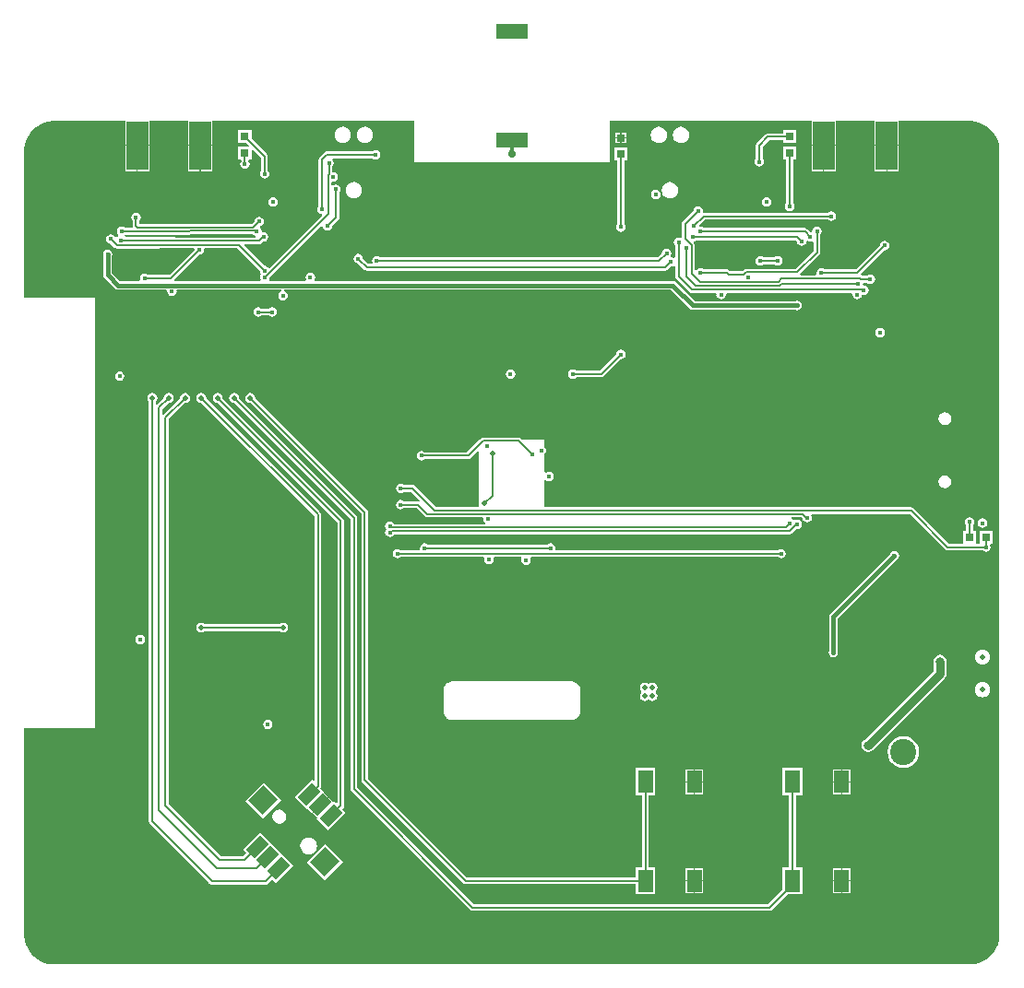
<source format=gtl>
G04*
G04 #@! TF.GenerationSoftware,Altium Limited,Altium Designer,22.1.2 (22)*
G04*
G04 Layer_Physical_Order=1*
G04 Layer_Color=255*
%FSLAX25Y25*%
%MOIN*%
G70*
G04*
G04 #@! TF.SameCoordinates,C32A1214-328F-4996-A91D-0F4ED86882B3*
G04*
G04*
G04 #@! TF.FilePolarity,Positive*
G04*
G01*
G75*
%ADD12C,0.00800*%
%ADD13R,0.11811X0.05512*%
%ADD14R,0.03150X0.03150*%
%ADD15R,0.03150X0.03150*%
%ADD16R,0.07874X0.17717*%
G04:AMPARAMS|DCode=17|XSize=78.74mil|YSize=74.8mil|CornerRadius=0mil|HoleSize=0mil|Usage=FLASHONLY|Rotation=45.000|XOffset=0mil|YOffset=0mil|HoleType=Round|Shape=Rectangle|*
%AMROTATEDRECTD17*
4,1,4,-0.00139,-0.05429,-0.05429,-0.00139,0.00139,0.05429,0.05429,0.00139,-0.00139,-0.05429,0.0*
%
%ADD17ROTATEDRECTD17*%

G04:AMPARAMS|DCode=18|XSize=43.31mil|YSize=72.84mil|CornerRadius=0mil|HoleSize=0mil|Usage=FLASHONLY|Rotation=135.000|XOffset=0mil|YOffset=0mil|HoleType=Round|Shape=Rectangle|*
%AMROTATEDRECTD18*
4,1,4,0.04106,0.01044,-0.01044,-0.04106,-0.04106,-0.01044,0.01044,0.04106,0.04106,0.01044,0.0*
%
%ADD18ROTATEDRECTD18*%

%ADD19R,0.05512X0.08268*%
%ADD34C,0.01323*%
%ADD35C,0.01500*%
%ADD36C,0.03000*%
%ADD37C,0.02362*%
%ADD38C,0.00394*%
%ADD39C,0.01968*%
%ADD40O,0.08268X0.04724*%
%ADD41O,0.09055X0.04724*%
%ADD42C,0.09449*%
%ADD43C,0.01772*%
%ADD44C,0.02756*%
%ADD45C,0.03150*%
G36*
X343227Y306067D02*
X344630Y305882D01*
X345996Y305516D01*
X347303Y304975D01*
X348528Y304268D01*
X349650Y303407D01*
X350651Y302406D01*
X351512Y301284D01*
X352219Y300059D01*
X352760Y298752D01*
X353127Y297385D01*
X353311Y295983D01*
X353311Y295276D01*
X353311Y11811D01*
Y11104D01*
X353127Y9701D01*
X352760Y8335D01*
X352219Y7028D01*
X351512Y5803D01*
X350651Y4680D01*
X349650Y3680D01*
X348528Y2819D01*
X347303Y2112D01*
X345996Y1570D01*
X344630Y1204D01*
X343227Y1020D01*
X342520Y1020D01*
X11811Y1020D01*
X11104D01*
X9701Y1204D01*
X8335Y1570D01*
X7028Y2112D01*
X5803Y2819D01*
X4680Y3680D01*
X3680Y4680D01*
X2819Y5803D01*
X2112Y7028D01*
X1570Y8335D01*
X1204Y9701D01*
X1020Y11104D01*
X1020Y11811D01*
Y86614D01*
X26575D01*
Y242126D01*
X1020D01*
Y295276D01*
Y295983D01*
X1204Y297385D01*
X1570Y298752D01*
X2112Y300059D01*
X2819Y301284D01*
X3680Y302406D01*
X4681Y303407D01*
X5803Y304268D01*
X7028Y304975D01*
X8335Y305516D01*
X9701Y305882D01*
X11104Y306067D01*
X11811Y306067D01*
X37395D01*
Y297444D01*
X41732D01*
X46069D01*
Y306067D01*
X60230D01*
Y297444D01*
X68904D01*
Y306067D01*
X141732D01*
Y291339D01*
X141733Y291339D01*
X212598D01*
Y306067D01*
X220473D01*
X285427Y306067D01*
Y297444D01*
X289764D01*
X294101D01*
Y306067D01*
X308261D01*
Y297444D01*
X316935D01*
Y306067D01*
X334646D01*
X343227Y306067D01*
D02*
G37*
G36*
X177830Y296181D02*
X177854Y295916D01*
X177875Y295797D01*
X177903Y295687D01*
X177936Y295586D01*
X177975Y295495D01*
X178021Y295413D01*
X178072Y295339D01*
X178130Y295275D01*
X176201D01*
X176258Y295339D01*
X176310Y295413D01*
X176355Y295495D01*
X176395Y295586D01*
X176428Y295687D01*
X176455Y295797D01*
X176477Y295916D01*
X176492Y296043D01*
X176504Y296327D01*
X177827D01*
X177830Y296181D01*
D02*
G37*
%LPC*%
G36*
X218510Y301975D02*
X216735D01*
Y300200D01*
X218510D01*
Y301975D01*
D02*
G37*
G36*
X216335D02*
X214561D01*
Y300200D01*
X216335D01*
Y301975D01*
D02*
G37*
G36*
X238252Y304063D02*
X237486Y303962D01*
X236772Y303666D01*
X236159Y303196D01*
X235688Y302583D01*
X235392Y301869D01*
X235292Y301102D01*
X235392Y300336D01*
X235688Y299622D01*
X236159Y299009D01*
X236772Y298539D01*
X237486Y298243D01*
X238252Y298142D01*
X239018Y298243D01*
X239732Y298539D01*
X240345Y299009D01*
X240816Y299622D01*
X241111Y300336D01*
X241212Y301102D01*
X241111Y301869D01*
X240816Y302583D01*
X240345Y303196D01*
X239732Y303666D01*
X239018Y303962D01*
X238252Y304063D01*
D02*
G37*
G36*
X230252D02*
X229486Y303962D01*
X228772Y303666D01*
X228159Y303196D01*
X227688Y302583D01*
X227393Y301869D01*
X227292Y301102D01*
X227393Y300336D01*
X227688Y299622D01*
X228159Y299009D01*
X228772Y298539D01*
X229486Y298243D01*
X230252Y298142D01*
X231018Y298243D01*
X231732Y298539D01*
X232345Y299009D01*
X232816Y299622D01*
X233112Y300336D01*
X233212Y301102D01*
X233112Y301869D01*
X232816Y302583D01*
X232345Y303196D01*
X231732Y303666D01*
X231018Y303962D01*
X230252Y304063D01*
D02*
G37*
G36*
X124079D02*
X123313Y303962D01*
X122599Y303666D01*
X121985Y303196D01*
X121515Y302583D01*
X121219Y301869D01*
X121118Y301102D01*
X121219Y300336D01*
X121515Y299622D01*
X121985Y299009D01*
X122599Y298539D01*
X123313Y298243D01*
X124079Y298142D01*
X124845Y298243D01*
X125559Y298539D01*
X126172Y299009D01*
X126643Y299622D01*
X126938Y300336D01*
X127039Y301102D01*
X126938Y301869D01*
X126643Y302583D01*
X126172Y303196D01*
X125559Y303666D01*
X124845Y303962D01*
X124079Y304063D01*
D02*
G37*
G36*
X116079D02*
X115313Y303962D01*
X114599Y303666D01*
X113986Y303196D01*
X113515Y302583D01*
X113219Y301869D01*
X113118Y301102D01*
X113219Y300336D01*
X113515Y299622D01*
X113986Y299009D01*
X114599Y298539D01*
X115313Y298243D01*
X116079Y298142D01*
X116845Y298243D01*
X117559Y298539D01*
X118172Y299009D01*
X118642Y299622D01*
X118938Y300336D01*
X119039Y301102D01*
X118938Y301869D01*
X118642Y302583D01*
X118172Y303196D01*
X117559Y303666D01*
X116845Y303962D01*
X116079Y304063D01*
D02*
G37*
G36*
X218510Y299800D02*
X216735D01*
Y298025D01*
X218510D01*
Y299800D01*
D02*
G37*
G36*
X216335D02*
X214561D01*
Y298025D01*
X216335D01*
Y299800D01*
D02*
G37*
G36*
X279934Y302768D02*
X275184D01*
Y301617D01*
X269685D01*
X269217Y301524D01*
X268820Y301259D01*
X265670Y298109D01*
X265405Y297712D01*
X265312Y297244D01*
Y292542D01*
X264947Y291996D01*
X264817Y291339D01*
X264947Y290681D01*
X265320Y290123D01*
X265878Y289751D01*
X266535Y289620D01*
X267193Y289751D01*
X267751Y290123D01*
X268124Y290681D01*
X268254Y291339D01*
X268124Y291996D01*
X267759Y292542D01*
Y296737D01*
X270192Y299170D01*
X275184D01*
Y298019D01*
X279934D01*
Y302768D01*
D02*
G37*
G36*
X127953Y295617D02*
X127295Y295486D01*
X126750Y295121D01*
X110335D01*
X109866Y295028D01*
X109469Y294763D01*
X107698Y292991D01*
X107433Y292594D01*
X107340Y292126D01*
Y275318D01*
X106975Y274772D01*
X106844Y274114D01*
X106975Y273456D01*
X107348Y272899D01*
X107905Y272526D01*
X108380Y272432D01*
X108584Y271929D01*
X89621Y252966D01*
X89124Y253015D01*
X89011Y253184D01*
X88453Y253556D01*
X87810Y253684D01*
X80398Y261096D01*
X80590Y261558D01*
X85844D01*
X86312Y261651D01*
X86709Y261916D01*
X87273Y262480D01*
X87402Y262454D01*
X88059Y262585D01*
X88617Y262958D01*
X88990Y263515D01*
X89120Y264173D01*
X88990Y264831D01*
X88617Y265389D01*
X88059Y265761D01*
X87402Y265892D01*
X87211Y265854D01*
X86758Y266142D01*
X86627Y266799D01*
X86255Y267357D01*
X86064Y267485D01*
X86047Y267522D01*
X86148Y268030D01*
X86485Y268097D01*
X87042Y268470D01*
X87415Y269027D01*
X87546Y269685D01*
X87415Y270343D01*
X87042Y270901D01*
X86485Y271273D01*
X85827Y271404D01*
X85169Y271273D01*
X84611Y270901D01*
X84239Y270343D01*
X84111Y269699D01*
X83188Y268776D01*
X42562D01*
Y270057D01*
X42927Y270602D01*
X43057Y271260D01*
X42927Y271918D01*
X42554Y272475D01*
X41996Y272848D01*
X41339Y272979D01*
X40681Y272848D01*
X40123Y272475D01*
X39751Y271918D01*
X39620Y271260D01*
X39751Y270602D01*
X40115Y270057D01*
Y268021D01*
X40146Y267865D01*
X39778Y267365D01*
X37424D01*
X36878Y267730D01*
X36220Y267861D01*
X35563Y267730D01*
X35005Y267357D01*
X34633Y266799D01*
X34502Y266142D01*
X34633Y265484D01*
X34959Y264995D01*
X35002Y264911D01*
X34896Y264398D01*
X34611Y264208D01*
X34409Y263905D01*
X33878Y264010D01*
X33871Y264044D01*
X33499Y264601D01*
X32941Y264974D01*
X32283Y265105D01*
X31626Y264974D01*
X31068Y264601D01*
X30696Y264044D01*
X30565Y263386D01*
X30696Y262728D01*
X31068Y262170D01*
X31626Y261798D01*
X32269Y261670D01*
X33598Y260341D01*
X33995Y260076D01*
X34463Y259983D01*
X49674D01*
X49816Y260011D01*
X62172D01*
X62489Y259625D01*
X62457Y259463D01*
X53430Y250436D01*
X45691D01*
X45146Y250801D01*
X44488Y250931D01*
X43830Y250801D01*
X43273Y250428D01*
X42900Y249870D01*
X42769Y249213D01*
X42870Y248704D01*
X42579Y248204D01*
X35527D01*
X32683Y251048D01*
Y257205D01*
X32690Y257216D01*
X32821Y257874D01*
X32690Y258532D01*
X32318Y259089D01*
X31760Y259462D01*
X31102Y259593D01*
X30445Y259462D01*
X29887Y259089D01*
X29514Y258532D01*
X29384Y257874D01*
X29514Y257216D01*
X29522Y257205D01*
Y250394D01*
X29642Y249789D01*
X29985Y249276D01*
X33755Y245507D01*
X34267Y245164D01*
X34872Y245044D01*
X52328D01*
X52645Y244657D01*
X52612Y244488D01*
X52743Y243830D01*
X53115Y243273D01*
X53673Y242900D01*
X54331Y242769D01*
X54988Y242900D01*
X55546Y243273D01*
X55919Y243830D01*
X56050Y244488D01*
X56016Y244657D01*
X56333Y245044D01*
X93994D01*
X94043Y244544D01*
X93830Y244501D01*
X93273Y244129D01*
X92900Y243571D01*
X92769Y242913D01*
X92900Y242256D01*
X93273Y241698D01*
X93830Y241325D01*
X94488Y241195D01*
X95146Y241325D01*
X95704Y241698D01*
X96076Y242256D01*
X96207Y242913D01*
X96076Y243571D01*
X95704Y244129D01*
X95146Y244501D01*
X94934Y244544D01*
X94983Y245044D01*
X234611D01*
X241402Y238253D01*
X241915Y237910D01*
X242520Y237790D01*
X279646D01*
X279657Y237782D01*
X280315Y237651D01*
X280973Y237782D01*
X281530Y238155D01*
X281903Y238712D01*
X282034Y239370D01*
X281903Y240028D01*
X281530Y240585D01*
X280973Y240958D01*
X280315Y241089D01*
X279657Y240958D01*
X279646Y240950D01*
X243174D01*
X236383Y247742D01*
X235871Y248084D01*
X235266Y248204D01*
X106023D01*
X105756Y248704D01*
X105919Y248949D01*
X106050Y249606D01*
X105919Y250264D01*
X105546Y250822D01*
X104989Y251194D01*
X104331Y251325D01*
X103673Y251194D01*
X103115Y250822D01*
X102743Y250264D01*
X102612Y249606D01*
X102743Y248949D01*
X102906Y248704D01*
X102639Y248204D01*
X89652D01*
X89384Y248704D01*
X89482Y248850D01*
X89610Y249494D01*
X108323Y268206D01*
X108542Y268163D01*
X108833Y268009D01*
X108943Y267453D01*
X109316Y266895D01*
X109874Y266522D01*
X110531Y266391D01*
X111189Y266522D01*
X111747Y266895D01*
X112119Y267453D01*
X112248Y268096D01*
X114448Y270296D01*
X114713Y270693D01*
X114806Y271161D01*
Y280194D01*
X115171Y280740D01*
X115302Y281398D01*
X115171Y282055D01*
X114798Y282613D01*
X114241Y282986D01*
X113583Y283117D01*
X112925Y282986D01*
X112536Y282726D01*
X112036Y282949D01*
Y283826D01*
X112423Y284143D01*
X112598Y284108D01*
X113256Y284239D01*
X113814Y284611D01*
X114186Y285169D01*
X114317Y285827D01*
X114186Y286485D01*
X113814Y287042D01*
X113256Y287415D01*
X112598Y287546D01*
X112346Y287753D01*
Y289742D01*
X112710Y290287D01*
X112841Y290945D01*
X112710Y291603D01*
X112338Y292160D01*
X112317Y292174D01*
X112468Y292674D01*
X126750D01*
X127295Y292310D01*
X127953Y292179D01*
X128611Y292310D01*
X129168Y292682D01*
X129541Y293240D01*
X129672Y293898D01*
X129541Y294555D01*
X129168Y295113D01*
X128611Y295486D01*
X127953Y295617D01*
D02*
G37*
G36*
X316935Y297044D02*
X312798D01*
Y287986D01*
X316935D01*
Y297044D01*
D02*
G37*
G36*
X312398D02*
X308261D01*
Y287986D01*
X312398D01*
Y297044D01*
D02*
G37*
G36*
X294101Y297044D02*
X289964D01*
Y287986D01*
X294101D01*
Y297044D01*
D02*
G37*
G36*
X289564D02*
X285427D01*
Y287986D01*
X289564D01*
Y297044D01*
D02*
G37*
G36*
X68904Y297044D02*
X64767D01*
Y287986D01*
X68904D01*
Y297044D01*
D02*
G37*
G36*
X64367D02*
X60230D01*
Y287986D01*
X64367D01*
Y297044D01*
D02*
G37*
G36*
X46069Y297044D02*
X41932D01*
Y287986D01*
X46069D01*
Y297044D01*
D02*
G37*
G36*
X41532D02*
X37395D01*
Y287986D01*
X41532D01*
Y297044D01*
D02*
G37*
G36*
X83083Y302768D02*
X78334D01*
Y298019D01*
X81353D01*
X82047Y297325D01*
X81856Y296863D01*
X78334D01*
Y292113D01*
X79338D01*
X79457Y291613D01*
X79121Y291110D01*
X78990Y290453D01*
X79121Y289795D01*
X79493Y289237D01*
X80051Y288865D01*
X80709Y288734D01*
X81366Y288865D01*
X81924Y289237D01*
X82297Y289795D01*
X82428Y290453D01*
X82297Y291110D01*
X81961Y291613D01*
X82079Y292113D01*
X83083D01*
Y295635D01*
X83545Y295827D01*
X86572Y292800D01*
Y288211D01*
X86207Y287666D01*
X86076Y287008D01*
X86207Y286350D01*
X86580Y285792D01*
X87138Y285420D01*
X87795Y285289D01*
X88453Y285420D01*
X89011Y285792D01*
X89383Y286350D01*
X89514Y287008D01*
X89383Y287666D01*
X89019Y288211D01*
Y293307D01*
X88926Y293775D01*
X88660Y294172D01*
X83083Y299749D01*
Y302768D01*
D02*
G37*
G36*
X234252Y284063D02*
X233486Y283962D01*
X232772Y283666D01*
X232159Y283196D01*
X231688Y282582D01*
X231393Y281869D01*
X231292Y281102D01*
X231393Y280336D01*
X231688Y279622D01*
X232159Y279009D01*
X232772Y278539D01*
X233486Y278243D01*
X234252Y278142D01*
X235018Y278243D01*
X235732Y278539D01*
X236345Y279009D01*
X236816Y279622D01*
X237111Y280336D01*
X237212Y281102D01*
X237111Y281869D01*
X236816Y282582D01*
X236345Y283196D01*
X235732Y283666D01*
X235018Y283962D01*
X234252Y284063D01*
D02*
G37*
G36*
X120079D02*
X119313Y283962D01*
X118599Y283666D01*
X117985Y283196D01*
X117515Y282582D01*
X117219Y281869D01*
X117118Y281102D01*
X117219Y280336D01*
X117515Y279622D01*
X117985Y279009D01*
X118599Y278539D01*
X119313Y278243D01*
X120079Y278142D01*
X120845Y278243D01*
X121559Y278539D01*
X122172Y279009D01*
X122643Y279622D01*
X122938Y280336D01*
X123039Y281102D01*
X122938Y281869D01*
X122643Y282582D01*
X122172Y283196D01*
X121559Y283666D01*
X120845Y283962D01*
X120079Y284063D01*
D02*
G37*
G36*
X229134Y281246D02*
X228476Y281116D01*
X227918Y280743D01*
X227546Y280185D01*
X227415Y279528D01*
X227546Y278870D01*
X227918Y278312D01*
X228476Y277940D01*
X229134Y277809D01*
X229792Y277940D01*
X230349Y278312D01*
X230722Y278870D01*
X230853Y279528D01*
X230722Y280185D01*
X230349Y280743D01*
X229792Y281116D01*
X229134Y281246D01*
D02*
G37*
G36*
X269291Y278490D02*
X268634Y278360D01*
X268076Y277987D01*
X267703Y277429D01*
X267572Y276772D01*
X267703Y276114D01*
X268076Y275556D01*
X268634Y275184D01*
X269291Y275053D01*
X269949Y275184D01*
X270507Y275556D01*
X270879Y276114D01*
X271010Y276772D01*
X270879Y277429D01*
X270507Y277987D01*
X269949Y278360D01*
X269291Y278490D01*
D02*
G37*
G36*
X90945D02*
X90287Y278360D01*
X89729Y277987D01*
X89357Y277429D01*
X89226Y276772D01*
X89357Y276114D01*
X89729Y275556D01*
X90287Y275184D01*
X90945Y275053D01*
X91603Y275184D01*
X92160Y275556D01*
X92533Y276114D01*
X92664Y276772D01*
X92533Y277429D01*
X92160Y277987D01*
X91603Y278360D01*
X90945Y278490D01*
D02*
G37*
G36*
X279934Y296863D02*
X275184D01*
Y292113D01*
X276336D01*
Y276400D01*
X275971Y275855D01*
X275840Y275197D01*
X275971Y274539D01*
X276344Y273981D01*
X276901Y273609D01*
X277559Y273478D01*
X278217Y273609D01*
X278774Y273981D01*
X279147Y274539D01*
X279278Y275197D01*
X279147Y275855D01*
X278783Y276400D01*
Y292113D01*
X279934D01*
Y296863D01*
D02*
G37*
G36*
X244488Y275341D02*
X243830Y275210D01*
X243273Y274837D01*
X242900Y274280D01*
X242772Y273636D01*
X238899Y269763D01*
X238633Y269366D01*
X238540Y268898D01*
Y264052D01*
X238129Y263787D01*
X238040Y263796D01*
X237402Y263924D01*
X236744Y263793D01*
X236186Y263420D01*
X235814Y262862D01*
X235683Y262205D01*
X235814Y261547D01*
X236178Y261001D01*
Y256691D01*
X235678Y256456D01*
X235303Y256706D01*
X234732Y256820D01*
X234542Y257098D01*
X234458Y257310D01*
X234659Y257610D01*
X234790Y258268D01*
X234659Y258926D01*
X234286Y259483D01*
X233729Y259856D01*
X233071Y259987D01*
X232413Y259856D01*
X231856Y259483D01*
X231483Y258926D01*
X231355Y258282D01*
X229808Y256735D01*
X129550D01*
X129004Y257100D01*
X128347Y257231D01*
X127689Y257100D01*
X127131Y256727D01*
X126758Y256170D01*
X126628Y255512D01*
X126755Y254873D01*
X126764Y254784D01*
X126499Y254373D01*
X125310D01*
X123370Y256313D01*
X123242Y256957D01*
X122869Y257515D01*
X122311Y257887D01*
X121653Y258018D01*
X120996Y257887D01*
X120438Y257515D01*
X120065Y256957D01*
X119935Y256299D01*
X120065Y255641D01*
X120438Y255084D01*
X120996Y254711D01*
X121639Y254583D01*
X123938Y252285D01*
X124335Y252019D01*
X124803Y251926D01*
X232677D01*
X233145Y252019D01*
X233542Y252285D01*
X234660Y253402D01*
X235303Y253530D01*
X235678Y253780D01*
X236178Y253546D01*
Y250000D01*
X236271Y249532D01*
X236536Y249135D01*
X241443Y244228D01*
X241840Y243963D01*
X242309Y243869D01*
X250755D01*
X251072Y243483D01*
X251037Y243307D01*
X251168Y242649D01*
X251540Y242092D01*
X252098Y241719D01*
X252756Y241588D01*
X253414Y241719D01*
X253971Y242092D01*
X254344Y242649D01*
X254475Y243307D01*
X254440Y243483D01*
X254757Y243869D01*
X299967D01*
X300285Y243483D01*
X300250Y243307D01*
X300380Y242649D01*
X300753Y242092D01*
X301311Y241719D01*
X301969Y241588D01*
X302626Y241719D01*
X303184Y242092D01*
X303556Y242649D01*
X303684Y243292D01*
X304331Y243163D01*
X304989Y243294D01*
X305546Y243667D01*
X305919Y244224D01*
X306050Y244882D01*
X305919Y245540D01*
X305546Y246097D01*
X304989Y246470D01*
X304331Y246601D01*
X304043Y247053D01*
X304081Y247244D01*
X304369Y247595D01*
X305490D01*
X306035Y247231D01*
X306693Y247100D01*
X307351Y247231D01*
X307908Y247604D01*
X308281Y248161D01*
X308412Y248819D01*
X308281Y249477D01*
X307908Y250034D01*
X307351Y250407D01*
X306693Y250538D01*
X306035Y250407D01*
X305490Y250042D01*
X303747D01*
X303570Y250160D01*
X303416Y250191D01*
X303251Y250733D01*
X311825Y259308D01*
X312469Y259436D01*
X313026Y259808D01*
X313399Y260366D01*
X313530Y261024D01*
X313399Y261681D01*
X313026Y262239D01*
X312469Y262612D01*
X311811Y262742D01*
X311153Y262612D01*
X310596Y262239D01*
X310223Y261681D01*
X310095Y261038D01*
X301462Y252405D01*
X290180D01*
X289634Y252769D01*
X288976Y252900D01*
X288319Y252769D01*
X287761Y252396D01*
X287388Y251839D01*
X287258Y251181D01*
X287343Y250753D01*
X287013Y250253D01*
X281431D01*
X281224Y250753D01*
X288267Y257796D01*
X288532Y258193D01*
X288625Y258661D01*
Y264938D01*
X288990Y265484D01*
X289120Y266142D01*
X288990Y266799D01*
X288617Y267357D01*
X288059Y267730D01*
X287402Y267861D01*
X286744Y267730D01*
X286186Y267357D01*
X285814Y266799D01*
X285683Y266142D01*
X285230Y265854D01*
X285054Y265889D01*
X283936Y267007D01*
X283539Y267272D01*
X283071Y267365D01*
X246479D01*
X245933Y267730D01*
X245276Y267861D01*
X245085Y267823D01*
X245041Y267849D01*
X244812Y268278D01*
X246964Y270430D01*
X291316D01*
X291862Y270065D01*
X292520Y269935D01*
X293178Y270065D01*
X293735Y270438D01*
X294108Y270996D01*
X294238Y271654D01*
X294108Y272311D01*
X293735Y272869D01*
X293178Y273242D01*
X292520Y273372D01*
X291862Y273242D01*
X291316Y272877D01*
X246569D01*
X246305Y273097D01*
X246148Y273325D01*
X246207Y273622D01*
X246076Y274280D01*
X245704Y274837D01*
X245146Y275210D01*
X244488Y275341D01*
D02*
G37*
G36*
X218910Y296469D02*
X214161D01*
Y291720D01*
X215312D01*
Y268920D01*
X214947Y268374D01*
X214817Y267717D01*
X214947Y267059D01*
X215320Y266501D01*
X215878Y266128D01*
X216535Y265998D01*
X217193Y266128D01*
X217751Y266501D01*
X218124Y267059D01*
X218254Y267717D01*
X218124Y268374D01*
X217759Y268920D01*
Y291720D01*
X218910D01*
Y296469D01*
D02*
G37*
G36*
X90551Y238727D02*
X89893Y238596D01*
X89348Y238231D01*
X86636D01*
X86091Y238596D01*
X85433Y238727D01*
X84775Y238596D01*
X84218Y238223D01*
X83845Y237666D01*
X83714Y237008D01*
X83845Y236350D01*
X84218Y235792D01*
X84775Y235420D01*
X85433Y235289D01*
X86091Y235420D01*
X86636Y235784D01*
X89348D01*
X89893Y235420D01*
X90551Y235289D01*
X91209Y235420D01*
X91767Y235792D01*
X92139Y236350D01*
X92270Y237008D01*
X92139Y237666D01*
X91767Y238223D01*
X91209Y238596D01*
X90551Y238727D01*
D02*
G37*
G36*
X310236Y231246D02*
X309578Y231116D01*
X309021Y230743D01*
X308648Y230185D01*
X308517Y229528D01*
X308648Y228870D01*
X309021Y228312D01*
X309578Y227940D01*
X310236Y227809D01*
X310894Y227940D01*
X311452Y228312D01*
X311824Y228870D01*
X311955Y229528D01*
X311824Y230185D01*
X311452Y230743D01*
X310894Y231116D01*
X310236Y231246D01*
D02*
G37*
G36*
X216535Y223372D02*
X215878Y223242D01*
X215320Y222869D01*
X214947Y222311D01*
X214819Y221668D01*
X208942Y215790D01*
X200416D01*
X199870Y216155D01*
X199213Y216286D01*
X198555Y216155D01*
X197997Y215782D01*
X197625Y215225D01*
X197494Y214567D01*
X197625Y213909D01*
X197997Y213351D01*
X198555Y212979D01*
X199213Y212848D01*
X199870Y212979D01*
X200416Y213343D01*
X209449D01*
X209917Y213437D01*
X210314Y213702D01*
X216550Y219938D01*
X217193Y220065D01*
X217751Y220438D01*
X218124Y220996D01*
X218254Y221654D01*
X218124Y222311D01*
X217751Y222869D01*
X217193Y223242D01*
X216535Y223372D01*
D02*
G37*
G36*
X176681Y216286D02*
X176023Y216155D01*
X175466Y215782D01*
X175093Y215225D01*
X174962Y214567D01*
X175093Y213909D01*
X175466Y213351D01*
X176023Y212979D01*
X176681Y212848D01*
X177339Y212979D01*
X177896Y213351D01*
X178269Y213909D01*
X178400Y214567D01*
X178269Y215225D01*
X177896Y215782D01*
X177339Y216155D01*
X176681Y216286D01*
D02*
G37*
G36*
X35433Y215498D02*
X34775Y215368D01*
X34218Y214995D01*
X33845Y214437D01*
X33714Y213779D01*
X33845Y213122D01*
X34218Y212564D01*
X34775Y212192D01*
X35433Y212061D01*
X36091Y212192D01*
X36648Y212564D01*
X37021Y213122D01*
X37152Y213779D01*
X37021Y214437D01*
X36648Y214995D01*
X36091Y215368D01*
X35433Y215498D01*
D02*
G37*
G36*
X59055Y207725D02*
X58359Y207586D01*
X57769Y207192D01*
X57374Y206602D01*
X57236Y205906D01*
X57251Y205831D01*
X51330Y199910D01*
X50830Y200118D01*
Y201855D01*
X53075Y204101D01*
X53150Y204086D01*
X53846Y204225D01*
X54436Y204619D01*
X54830Y205209D01*
X54969Y205906D01*
X54830Y206602D01*
X54436Y207192D01*
X53846Y207586D01*
X53150Y207725D01*
X52453Y207586D01*
X51863Y207192D01*
X51469Y206602D01*
X51330Y205906D01*
X51345Y205831D01*
X48968Y203454D01*
X48468Y203661D01*
Y204577D01*
X48531Y204619D01*
X48925Y205209D01*
X49063Y205906D01*
X48925Y206602D01*
X48531Y207192D01*
X47940Y207586D01*
X47244Y207725D01*
X46548Y207586D01*
X45958Y207192D01*
X45563Y206602D01*
X45425Y205906D01*
X45563Y205209D01*
X45958Y204619D01*
X46021Y204577D01*
Y52756D01*
X46114Y52288D01*
X46379Y51891D01*
X68032Y30237D01*
X68429Y29972D01*
X68898Y29879D01*
X88110D01*
X88578Y29972D01*
X88975Y30237D01*
X90582Y31844D01*
X91813Y30612D01*
X98095Y36894D01*
X93901Y41087D01*
X90004Y44985D01*
X86106Y48882D01*
X79825Y42601D01*
X81057Y41369D01*
X79887Y40200D01*
X72160D01*
X53192Y59168D01*
Y198312D01*
X58981Y204101D01*
X59055Y204086D01*
X59751Y204225D01*
X60342Y204619D01*
X60736Y205209D01*
X60874Y205906D01*
X60736Y206602D01*
X60342Y207192D01*
X59751Y207586D01*
X59055Y207725D01*
D02*
G37*
G36*
X333642Y200694D02*
X332758Y200518D01*
X332010Y200018D01*
X331509Y199269D01*
X331334Y198386D01*
X331509Y197503D01*
X332010Y196754D01*
X332758Y196253D01*
X333642Y196078D01*
X334525Y196253D01*
X335274Y196754D01*
X335774Y197503D01*
X335950Y198386D01*
X335774Y199269D01*
X335274Y200018D01*
X334525Y200518D01*
X333642Y200694D01*
D02*
G37*
G36*
X179710Y191592D02*
X166746D01*
X166278Y191499D01*
X165881Y191234D01*
X165593Y190945D01*
X165354D01*
Y190707D01*
X160910Y186263D01*
X145692D01*
X145146Y186627D01*
X144488Y186758D01*
X143830Y186627D01*
X143273Y186255D01*
X142900Y185697D01*
X142769Y185039D01*
X142900Y184382D01*
X143273Y183824D01*
X143830Y183451D01*
X144488Y183320D01*
X145146Y183451D01*
X145692Y183816D01*
X161417D01*
X161885Y183909D01*
X162283Y184174D01*
X164892Y186784D01*
X165354Y186593D01*
Y166414D01*
X149883D01*
X142204Y174093D01*
X141807Y174359D01*
X141339Y174452D01*
X138211D01*
X137666Y174816D01*
X137008Y174947D01*
X136350Y174816D01*
X135793Y174444D01*
X135420Y173886D01*
X135289Y173228D01*
X135420Y172571D01*
X135793Y172013D01*
X136350Y171640D01*
X137008Y171510D01*
X137666Y171640D01*
X138211Y172005D01*
X140832D01*
X143934Y168903D01*
X143652Y168478D01*
X143307Y168546D01*
X138211D01*
X137666Y168911D01*
X137008Y169042D01*
X136350Y168911D01*
X135793Y168538D01*
X135420Y167981D01*
X135289Y167323D01*
X135420Y166665D01*
X135793Y166107D01*
X136350Y165735D01*
X137008Y165604D01*
X137666Y165735D01*
X138211Y166099D01*
X142800D01*
X145774Y163125D01*
X146171Y162860D01*
X146639Y162767D01*
X166503D01*
X166820Y162381D01*
X166785Y162205D01*
X166916Y161547D01*
X167288Y160989D01*
X167590Y160788D01*
X167438Y160288D01*
X134639D01*
X134286Y160816D01*
X133729Y161188D01*
X133071Y161319D01*
X132413Y161188D01*
X131855Y160816D01*
X131483Y160258D01*
X131352Y159600D01*
X131483Y158943D01*
X131802Y158465D01*
X131483Y157986D01*
X131352Y157329D01*
X131483Y156671D01*
X131855Y156113D01*
X132413Y155741D01*
X133071Y155610D01*
X133729Y155741D01*
X134286Y156113D01*
X134639Y156641D01*
X277590D01*
X278058Y156734D01*
X278455Y156999D01*
X280015Y158559D01*
X280224Y158517D01*
X280882Y158648D01*
X281440Y159021D01*
X281812Y159578D01*
X281943Y160236D01*
X281812Y160894D01*
X281440Y161452D01*
X280882Y161824D01*
X280224Y161955D01*
X279567Y161824D01*
X279024Y161462D01*
X278754Y161866D01*
X278196Y162239D01*
X278053Y162267D01*
X278102Y162767D01*
X281794D01*
X282183Y162378D01*
X282270Y161941D01*
X282643Y161383D01*
X283201Y161010D01*
X283858Y160880D01*
X284516Y161010D01*
X285074Y161383D01*
X285446Y161941D01*
X285577Y162598D01*
X285446Y163256D01*
X285305Y163467D01*
X285573Y163967D01*
X320917D01*
X333781Y151103D01*
X334177Y150838D01*
X334646Y150745D01*
X347222D01*
X347767Y150381D01*
X348425Y150250D01*
X349083Y150381D01*
X349641Y150753D01*
X350013Y151311D01*
X350144Y151969D01*
X350013Y152626D01*
X349967Y152696D01*
X350202Y153137D01*
X350800D01*
Y157887D01*
X346050D01*
Y153192D01*
X344895D01*
Y157887D01*
X343743D01*
Y159820D01*
X344108Y160366D01*
X344238Y161024D01*
X344108Y161681D01*
X343735Y162239D01*
X343178Y162612D01*
X342520Y162742D01*
X341862Y162612D01*
X341304Y162239D01*
X340932Y161681D01*
X340801Y161024D01*
X340932Y160366D01*
X341296Y159820D01*
Y157887D01*
X340145D01*
Y153192D01*
X335153D01*
X322289Y166056D01*
X321892Y166321D01*
X321424Y166414D01*
X188976D01*
Y176050D01*
X189476Y176250D01*
X189893Y175971D01*
X190551Y175840D01*
X191209Y175971D01*
X191767Y176344D01*
X192139Y176901D01*
X192270Y177559D01*
X192139Y178217D01*
X191767Y178774D01*
X191209Y179147D01*
X190551Y179278D01*
X189893Y179147D01*
X189476Y178868D01*
X188976Y179068D01*
Y185769D01*
X189011Y185793D01*
X189383Y186350D01*
X189514Y187008D01*
X189383Y187666D01*
X189011Y188223D01*
X188976Y188246D01*
Y190945D01*
X180864D01*
X180575Y191234D01*
X180178Y191499D01*
X179710Y191592D01*
D02*
G37*
G36*
X333642Y177938D02*
X332758Y177762D01*
X332010Y177262D01*
X331509Y176513D01*
X331334Y175630D01*
X331509Y174747D01*
X332010Y173998D01*
X332758Y173497D01*
X333642Y173322D01*
X334525Y173497D01*
X335274Y173998D01*
X335774Y174747D01*
X335950Y175630D01*
X335774Y176513D01*
X335274Y177262D01*
X334525Y177762D01*
X333642Y177938D01*
D02*
G37*
G36*
X347244Y162349D02*
X346586Y162218D01*
X346029Y161845D01*
X345656Y161288D01*
X345525Y160630D01*
X345656Y159972D01*
X346029Y159415D01*
X346586Y159042D01*
X347244Y158911D01*
X347902Y159042D01*
X348460Y159415D01*
X348832Y159972D01*
X348963Y160630D01*
X348832Y161288D01*
X348460Y161845D01*
X347902Y162218D01*
X347244Y162349D01*
D02*
G37*
G36*
X191142Y153392D02*
X190484Y153261D01*
X189938Y152897D01*
X146873D01*
X146327Y153261D01*
X145669Y153392D01*
X145011Y153261D01*
X144454Y152889D01*
X144081Y152331D01*
X143950Y151673D01*
X144019Y151330D01*
X143650Y150830D01*
X137030D01*
X136485Y151194D01*
X135827Y151325D01*
X135169Y151194D01*
X134611Y150822D01*
X134239Y150264D01*
X134108Y149606D01*
X134239Y148949D01*
X134611Y148391D01*
X135169Y148018D01*
X135827Y147887D01*
X136485Y148018D01*
X137030Y148383D01*
X166963D01*
X167272Y147883D01*
X167179Y147413D01*
X167310Y146755D01*
X167682Y146197D01*
X168240Y145825D01*
X168898Y145694D01*
X169555Y145825D01*
X170113Y146197D01*
X170486Y146755D01*
X170616Y147413D01*
X170523Y147883D01*
X170833Y148383D01*
X180436D01*
X180701Y147972D01*
X180692Y147883D01*
X180565Y147244D01*
X180695Y146586D01*
X181068Y146029D01*
X181626Y145656D01*
X182283Y145525D01*
X182941Y145656D01*
X183499Y146029D01*
X183871Y146586D01*
X184002Y147244D01*
X183875Y147883D01*
X183866Y147972D01*
X184131Y148383D01*
X273206D01*
X273752Y148018D01*
X274410Y147887D01*
X275067Y148018D01*
X275625Y148391D01*
X275997Y148949D01*
X276128Y149606D01*
X275997Y150264D01*
X275625Y150822D01*
X275067Y151194D01*
X274410Y151325D01*
X273752Y151194D01*
X273206Y150830D01*
X193161D01*
X192792Y151330D01*
X192861Y151673D01*
X192730Y152331D01*
X192357Y152889D01*
X191799Y153261D01*
X191142Y153392D01*
D02*
G37*
G36*
X94488Y124654D02*
X93792Y124515D01*
X93202Y124121D01*
X93160Y124058D01*
X66289D01*
X66247Y124121D01*
X65657Y124515D01*
X64961Y124654D01*
X64265Y124515D01*
X63674Y124121D01*
X63280Y123531D01*
X63141Y122835D01*
X63280Y122139D01*
X63674Y121548D01*
X64265Y121154D01*
X64961Y121015D01*
X65657Y121154D01*
X66247Y121548D01*
X66289Y121611D01*
X93160D01*
X93202Y121548D01*
X93792Y121154D01*
X94488Y121015D01*
X95184Y121154D01*
X95775Y121548D01*
X96169Y122139D01*
X96307Y122835D01*
X96169Y123531D01*
X95775Y124121D01*
X95184Y124515D01*
X94488Y124654D01*
D02*
G37*
G36*
X42913Y120223D02*
X42256Y120092D01*
X41698Y119719D01*
X41325Y119162D01*
X41194Y118504D01*
X41325Y117846D01*
X41698Y117288D01*
X42256Y116916D01*
X42913Y116785D01*
X43571Y116916D01*
X44129Y117288D01*
X44501Y117846D01*
X44632Y118504D01*
X44501Y119162D01*
X44129Y119719D01*
X43571Y120092D01*
X42913Y120223D01*
D02*
G37*
G36*
X315354Y150538D02*
X314697Y150407D01*
X314139Y150034D01*
X313766Y149477D01*
X313764Y149463D01*
X292190Y127889D01*
X291847Y127376D01*
X291727Y126772D01*
Y114449D01*
X291719Y114437D01*
X291588Y113779D01*
X291719Y113122D01*
X292092Y112564D01*
X292649Y112191D01*
X293307Y112061D01*
X293965Y112191D01*
X294523Y112564D01*
X294895Y113122D01*
X295026Y113779D01*
X294895Y114437D01*
X294887Y114449D01*
Y126117D01*
X315999Y147228D01*
X316012Y147231D01*
X316570Y147603D01*
X316942Y148161D01*
X317073Y148819D01*
X316942Y149477D01*
X316570Y150034D01*
X316012Y150407D01*
X315354Y150538D01*
D02*
G37*
G36*
X347244Y114984D02*
X346525Y114890D01*
X345854Y114612D01*
X345279Y114170D01*
X344837Y113595D01*
X344559Y112924D01*
X344464Y112205D01*
X344559Y111485D01*
X344837Y110815D01*
X345279Y110239D01*
X345854Y109798D01*
X346525Y109520D01*
X347244Y109425D01*
X347964Y109520D01*
X348634Y109798D01*
X349210Y110239D01*
X349651Y110815D01*
X349929Y111485D01*
X350024Y112205D01*
X349929Y112924D01*
X349651Y113595D01*
X349210Y114170D01*
X348634Y114612D01*
X347964Y114890D01*
X347244Y114984D01*
D02*
G37*
G36*
X227953Y103000D02*
X227257Y102862D01*
X226666Y102468D01*
X226483D01*
X225893Y102862D01*
X225197Y103000D01*
X224501Y102862D01*
X223910Y102468D01*
X223516Y101877D01*
X223378Y101181D01*
X223516Y100485D01*
X223899Y99912D01*
X223968Y99783D01*
Y99430D01*
X223899Y99301D01*
X223516Y98728D01*
X223378Y98032D01*
X223516Y97335D01*
X223910Y96745D01*
X224501Y96351D01*
X225197Y96212D01*
X225893Y96351D01*
X226483Y96745D01*
X226666D01*
X227257Y96351D01*
X227953Y96212D01*
X228649Y96351D01*
X229239Y96745D01*
X229633Y97335D01*
X229772Y98032D01*
X229633Y98728D01*
X229251Y99301D01*
X229182Y99430D01*
Y99783D01*
X229251Y99912D01*
X229633Y100485D01*
X229772Y101181D01*
X229633Y101877D01*
X229239Y102468D01*
X228649Y102862D01*
X227953Y103000D01*
D02*
G37*
G36*
X347244Y103173D02*
X346525Y103079D01*
X345854Y102801D01*
X345279Y102359D01*
X344837Y101784D01*
X344559Y101113D01*
X344464Y100394D01*
X344559Y99674D01*
X344837Y99004D01*
X345279Y98428D01*
X345854Y97986D01*
X346525Y97709D01*
X347244Y97614D01*
X347964Y97709D01*
X348634Y97986D01*
X349210Y98428D01*
X349651Y99004D01*
X349929Y99674D01*
X350024Y100394D01*
X349929Y101113D01*
X349651Y101784D01*
X349210Y102359D01*
X348634Y102801D01*
X347964Y103079D01*
X347244Y103173D01*
D02*
G37*
G36*
X199211Y103382D02*
X155120D01*
X154730Y103304D01*
X154007Y103005D01*
X153676Y102784D01*
X153122Y102230D01*
X152901Y101899D01*
X152601Y101175D01*
X152524Y100785D01*
Y92128D01*
X152601Y91738D01*
X152901Y91014D01*
X153122Y90684D01*
X153676Y90130D01*
X154007Y89909D01*
X154730Y89609D01*
X155120Y89532D01*
X199211D01*
X199601Y89609D01*
X200324Y89909D01*
X200655Y90130D01*
X201209Y90684D01*
X201430Y91014D01*
X201729Y91738D01*
X201807Y92128D01*
Y100785D01*
X201729Y101175D01*
X201430Y101899D01*
X201209Y102230D01*
X200655Y102784D01*
X200324Y103005D01*
X199601Y103304D01*
X199211Y103382D01*
D02*
G37*
G36*
X88976Y89514D02*
X88319Y89383D01*
X87761Y89011D01*
X87388Y88453D01*
X87257Y87795D01*
X87388Y87138D01*
X87761Y86580D01*
X88319Y86207D01*
X88976Y86076D01*
X89634Y86207D01*
X90192Y86580D01*
X90564Y87138D01*
X90695Y87795D01*
X90564Y88453D01*
X90192Y89011D01*
X89634Y89383D01*
X88976Y89514D01*
D02*
G37*
G36*
X331890Y113051D02*
X330963Y112867D01*
X330178Y112342D01*
X329653Y111556D01*
X329468Y110630D01*
X329545Y110247D01*
Y107271D01*
X304518Y82244D01*
X304193Y82027D01*
X303668Y81242D01*
X303484Y80315D01*
X303668Y79388D01*
X304193Y78603D01*
X304979Y78078D01*
X305906Y77894D01*
X306832Y78078D01*
X307618Y78603D01*
X307835Y78928D01*
X333548Y104641D01*
X334056Y105402D01*
X334235Y106299D01*
Y110247D01*
X334311Y110630D01*
X334127Y111556D01*
X333602Y112342D01*
X332816Y112867D01*
X331890Y113051D01*
D02*
G37*
G36*
X318618Y83644D02*
X317128Y83448D01*
X315739Y82872D01*
X314547Y81957D01*
X313632Y80765D01*
X313056Y79376D01*
X312860Y77886D01*
X313056Y76396D01*
X313632Y75007D01*
X314547Y73814D01*
X315739Y72899D01*
X317128Y72324D01*
X318618Y72128D01*
X320108Y72324D01*
X321497Y72899D01*
X322690Y73814D01*
X323605Y75007D01*
X324180Y76396D01*
X324376Y77886D01*
X324180Y79376D01*
X323605Y80765D01*
X322690Y81957D01*
X321497Y82872D01*
X320108Y83448D01*
X318618Y83644D01*
D02*
G37*
G36*
X64961Y207725D02*
X64265Y207586D01*
X63674Y207192D01*
X63280Y206602D01*
X63141Y205906D01*
X63280Y205209D01*
X63674Y204619D01*
X64265Y204225D01*
X64961Y204086D01*
X65035Y204101D01*
X105863Y163273D01*
Y67640D01*
X105401Y67449D01*
X105037Y67813D01*
X98755Y61531D01*
X102949Y57338D01*
X103232Y57621D01*
X104891Y55961D01*
X107749Y58819D01*
X110607Y61677D01*
X108948Y63336D01*
X109231Y63619D01*
X107990Y64860D01*
X108217Y65201D01*
X108310Y65669D01*
Y163779D01*
X108217Y164248D01*
X107952Y164645D01*
X66765Y205831D01*
X66780Y205906D01*
X66641Y206602D01*
X66247Y207192D01*
X65657Y207586D01*
X64961Y207725D01*
D02*
G37*
G36*
X299416Y71660D02*
X296460D01*
Y67326D01*
X299416D01*
Y71660D01*
D02*
G37*
G36*
X296060D02*
X293104D01*
Y67326D01*
X296060D01*
Y71660D01*
D02*
G37*
G36*
X246266D02*
X243310D01*
Y67326D01*
X246266D01*
Y71660D01*
D02*
G37*
G36*
X242910D02*
X239954D01*
Y67326D01*
X242910D01*
Y71660D01*
D02*
G37*
G36*
X299416Y66926D02*
X296460D01*
Y62592D01*
X299416D01*
Y66926D01*
D02*
G37*
G36*
X296060D02*
X293104D01*
Y62592D01*
X296060D01*
Y66926D01*
D02*
G37*
G36*
X246266Y66926D02*
X243310D01*
Y62592D01*
X246266D01*
Y66926D01*
D02*
G37*
G36*
X242910D02*
X239954D01*
Y62592D01*
X242910D01*
Y66926D01*
D02*
G37*
G36*
X70866Y207725D02*
X70170Y207586D01*
X69580Y207192D01*
X69185Y206602D01*
X69047Y205906D01*
X69185Y205209D01*
X69580Y204619D01*
X70170Y204225D01*
X70866Y204086D01*
X70940Y204101D01*
X114131Y160910D01*
Y59426D01*
X113631Y59219D01*
X112832Y60018D01*
X112549Y59735D01*
X110890Y61394D01*
X108032Y58536D01*
X105174Y55678D01*
X106833Y54019D01*
X106550Y53736D01*
X110744Y49543D01*
X117025Y55824D01*
X115794Y57056D01*
X116219Y57482D01*
X116485Y57879D01*
X116578Y58347D01*
Y161417D01*
X116485Y161885D01*
X116219Y162283D01*
X72671Y205831D01*
X72685Y205906D01*
X72547Y206602D01*
X72153Y207192D01*
X71562Y207586D01*
X70866Y207725D01*
D02*
G37*
G36*
X87429Y66908D02*
X80730Y60209D01*
X87151Y53788D01*
X93850Y60487D01*
X87429Y66908D01*
D02*
G37*
G36*
X93136Y57011D02*
X92176Y56820D01*
X91362Y56276D01*
X90818Y55462D01*
X90627Y54502D01*
X90818Y53542D01*
X91362Y52728D01*
X92176Y52184D01*
X93136Y51993D01*
X94096Y52184D01*
X94910Y52728D01*
X95454Y53542D01*
X95645Y54502D01*
X95454Y55462D01*
X94910Y56276D01*
X94096Y56820D01*
X93136Y57011D01*
D02*
G37*
G36*
X103715Y47001D02*
X102918Y46896D01*
X102176Y46588D01*
X101539Y46099D01*
X101049Y45462D01*
X100742Y44720D01*
X100637Y43923D01*
X100742Y43127D01*
X101049Y42384D01*
X101539Y41747D01*
X102176Y41258D01*
X102918Y40951D01*
X103715Y40846D01*
X104511Y40951D01*
X105253Y41258D01*
X105891Y41747D01*
X106380Y42384D01*
X106687Y43127D01*
X106792Y43923D01*
X106687Y44720D01*
X106380Y45462D01*
X105891Y46099D01*
X105253Y46588D01*
X104511Y46896D01*
X103715Y47001D01*
D02*
G37*
G36*
X109700Y44637D02*
X103001Y37938D01*
X109422Y31517D01*
X116121Y38216D01*
X109700Y44637D01*
D02*
G37*
G36*
X246266Y35833D02*
X243310D01*
Y31499D01*
X246266D01*
Y35833D01*
D02*
G37*
G36*
X242910D02*
X239954D01*
Y31499D01*
X242910D01*
Y35833D01*
D02*
G37*
G36*
X299416D02*
X296460D01*
Y31499D01*
X299416D01*
Y35833D01*
D02*
G37*
G36*
X296060D02*
X293104D01*
Y31499D01*
X296060D01*
Y35833D01*
D02*
G37*
G36*
X299416Y31099D02*
X296460D01*
Y26765D01*
X299416D01*
Y31099D01*
D02*
G37*
G36*
X296060D02*
X293104D01*
Y26765D01*
X296060D01*
Y31099D01*
D02*
G37*
G36*
X246266Y31099D02*
X243310D01*
Y26765D01*
X246266D01*
Y31099D01*
D02*
G37*
G36*
X242910D02*
X239954D01*
Y26765D01*
X242910D01*
Y31099D01*
D02*
G37*
G36*
X82677Y207725D02*
X81981Y207586D01*
X81391Y207192D01*
X80996Y206602D01*
X80858Y205906D01*
X80996Y205209D01*
X81391Y204619D01*
X81981Y204225D01*
X82677Y204086D01*
X82751Y204101D01*
X122792Y164060D01*
Y67716D01*
X122885Y67248D01*
X123151Y66851D01*
X159568Y30434D01*
X159965Y30169D01*
X160433Y30076D01*
X221838D01*
Y26365D01*
X228950D01*
Y36233D01*
X226617D01*
Y62192D01*
X228950D01*
Y72060D01*
X221838D01*
Y62192D01*
X224170D01*
Y36233D01*
X221838D01*
Y32523D01*
X160940D01*
X125239Y68223D01*
Y164567D01*
X125146Y165035D01*
X124881Y165432D01*
X84482Y205831D01*
X84496Y205906D01*
X84358Y206602D01*
X83964Y207192D01*
X83373Y207586D01*
X82677Y207725D01*
D02*
G37*
G36*
X76772D02*
X76076Y207586D01*
X75485Y207192D01*
X75091Y206602D01*
X74952Y205906D01*
X75091Y205209D01*
X75485Y204619D01*
X76076Y204225D01*
X76772Y204086D01*
X76846Y204101D01*
X118855Y162092D01*
Y64567D01*
X118948Y64099D01*
X119214Y63702D01*
X162127Y20788D01*
X162524Y20523D01*
X162992Y20430D01*
X270276D01*
X270744Y20523D01*
X271141Y20788D01*
X276718Y26365D01*
X282099D01*
Y36233D01*
X279767D01*
Y62192D01*
X282099D01*
Y72060D01*
X274987D01*
Y62192D01*
X277320D01*
Y36233D01*
X274987D01*
Y28096D01*
X269769Y22877D01*
X163499D01*
X121302Y65074D01*
Y162598D01*
X121209Y163067D01*
X120944Y163464D01*
X78576Y205831D01*
X78591Y205906D01*
X78452Y206602D01*
X78058Y207192D01*
X77468Y207586D01*
X76772Y207725D01*
D02*
G37*
%LPD*%
G36*
X83824Y264926D02*
X84382Y264554D01*
X84628Y264505D01*
X84579Y264005D01*
X55765D01*
X55589Y264123D01*
X55120Y264216D01*
X37579D01*
X37351Y264716D01*
X37527Y264918D01*
X60512D01*
X60980Y265011D01*
X61156Y265129D01*
X83688D01*
X83824Y264926D01*
D02*
G37*
G36*
X86079Y251954D02*
X86207Y251311D01*
X86580Y250753D01*
X86662Y250698D01*
X86306Y250166D01*
X86175Y249508D01*
X86306Y248850D01*
X86403Y248704D01*
X86136Y248204D01*
X55366D01*
X55159Y248704D01*
X64188Y257733D01*
X64831Y257861D01*
X65389Y258233D01*
X65761Y258791D01*
X65892Y259449D01*
X65857Y259625D01*
X66174Y260011D01*
X78022D01*
X86079Y251954D01*
D02*
G37*
G36*
X280174Y262584D02*
X280302Y261941D01*
X280674Y261383D01*
X281232Y261010D01*
X281890Y260880D01*
X282548Y261010D01*
X283105Y261383D01*
X283478Y261941D01*
X283591Y262512D01*
X283870Y262702D01*
X284081Y262786D01*
X284382Y262585D01*
X285039Y262454D01*
X285678Y262581D01*
X285767Y262591D01*
X286178Y262326D01*
Y259168D01*
X279626Y252616D01*
X261859D01*
X261390Y252522D01*
X260994Y252257D01*
X260536Y251800D01*
X256066D01*
X255820Y252046D01*
X255423Y252311D01*
X254955Y252405D01*
X246479D01*
X245933Y252769D01*
X245276Y252900D01*
X244618Y252769D01*
X244060Y252396D01*
X243849Y252081D01*
X243350Y252233D01*
Y261024D01*
X243256Y261492D01*
X242991Y261889D01*
X242866Y262014D01*
X243031Y262556D01*
X243178Y262585D01*
X243723Y262950D01*
X279808D01*
X280174Y262584D01*
D02*
G37*
%LPC*%
G36*
X273228Y257231D02*
X272571Y257100D01*
X272025Y256735D01*
X268132D01*
X267587Y257100D01*
X266929Y257231D01*
X266271Y257100D01*
X265714Y256727D01*
X265341Y256170D01*
X265210Y255512D01*
X265341Y254854D01*
X265714Y254296D01*
X266271Y253924D01*
X266929Y253793D01*
X267587Y253924D01*
X268132Y254288D01*
X272025D01*
X272571Y253924D01*
X273228Y253793D01*
X273886Y253924D01*
X274444Y254296D01*
X274816Y254854D01*
X274947Y255512D01*
X274816Y256170D01*
X274444Y256727D01*
X273886Y257100D01*
X273228Y257231D01*
D02*
G37*
%LPD*%
D12*
X216535Y267717D02*
Y294094D01*
X47244Y52756D02*
Y205906D01*
X92857Y35850D02*
X92857D01*
X47244Y52756D02*
X68898Y31102D01*
X111122Y286876D02*
Y290945D01*
X87894Y249508D02*
X110813Y272427D01*
Y286566D02*
X111122Y286876D01*
X110813Y272427D02*
Y286566D01*
X242126Y250787D02*
X245093Y247820D01*
X245276Y251181D02*
X254955D01*
X245093Y247820D02*
X273493D01*
X274702Y249030D02*
X303102D01*
X273493Y247820D02*
X274702Y249030D01*
X274613Y247244D02*
X302362D01*
X261859Y251392D02*
X280132D01*
X287402Y258661D01*
X261043Y250576D02*
X261859Y251392D01*
X254955Y251181D02*
X255559Y250576D01*
X243537Y246620D02*
X273990D01*
X255559Y250576D02*
X261043D01*
X240158Y250000D02*
X243537Y246620D01*
X303102Y249030D02*
X303313Y248819D01*
X273990Y246620D02*
X274613Y247244D01*
X302733Y245068D02*
X304145D01*
X302708Y245093D02*
X302733Y245068D01*
X304145D02*
X304331Y244882D01*
X242309Y245093D02*
X302708D01*
X161417Y185039D02*
X166746Y190368D01*
X179710D01*
X184646Y185433D01*
X283693Y162598D02*
X283858D01*
X143307Y167323D02*
X146639Y163991D01*
X141339Y173228D02*
X149376Y165191D01*
X321424D01*
X334646Y151969D01*
X146639Y163991D02*
X282301D01*
X283693Y162598D01*
X87236Y264173D02*
X87402D01*
X55331Y262781D02*
X85844D01*
X55120Y262992D02*
X55331Y262781D01*
X36220Y266142D02*
X60512D01*
X35827Y262992D02*
X55120D01*
X84776Y266142D02*
X85039D01*
X83694Y267553D02*
X85827Y269685D01*
X60512Y266142D02*
X60723Y266353D01*
X84565D02*
X84776Y266142D01*
X60723Y266353D02*
X84565D01*
X41339Y268021D02*
X41807Y267553D01*
X83694D01*
X41339Y268021D02*
Y271260D01*
X85844Y262781D02*
X87236Y264173D01*
X237402Y250000D02*
X242309Y245093D01*
X288976Y251181D02*
X301969D01*
X311811Y261024D01*
X276118Y159065D02*
X277621Y160568D01*
X277538Y160651D02*
X277621Y160568D01*
X133071Y159600D02*
X133334D01*
X133870Y159065D02*
X276118D01*
X133334Y159600D02*
X133870Y159065D01*
X279961Y160236D02*
X280224D01*
X277590Y157865D02*
X279961Y160236D01*
X133870Y157865D02*
X277590D01*
X133334Y157329D02*
X133870Y157865D01*
X133071Y157329D02*
X133334D01*
X199213Y214567D02*
X209449D01*
X216535Y221654D01*
X128347Y255512D02*
X230315D01*
X233071Y258268D01*
X232677Y253150D02*
X234646Y255118D01*
X124803Y253150D02*
X232677D01*
X121653Y256299D02*
X124803Y253150D01*
X334646Y151969D02*
X348425D01*
Y155512D01*
X348425Y155512D01*
X342520Y161024D02*
X342520Y161024D01*
Y155512D02*
Y161024D01*
X32283Y263386D02*
X34463Y261206D01*
X78529Y261235D02*
X87795Y251969D01*
X49702Y261235D02*
X78529D01*
X34463Y261206D02*
X49674D01*
X49702Y261235D01*
X87795Y287008D02*
Y293307D01*
X80709Y300394D02*
X87795Y293307D01*
X266535Y291339D02*
Y297244D01*
X269685Y300394D01*
X277559D01*
Y275197D02*
Y294488D01*
X144488Y185039D02*
X161417D01*
X278543Y31299D02*
Y67126D01*
X270276Y21654D02*
X278543Y29921D01*
X162992Y21654D02*
X270276D01*
X278543Y29921D02*
Y31299D01*
X225394D02*
Y67126D01*
X266929Y255512D02*
X273228D01*
X239764Y268898D02*
X244488Y273622D01*
X239764Y263386D02*
Y268898D01*
X242126Y250787D02*
Y261024D01*
X239764Y263386D02*
X242126Y261024D01*
X242520Y264173D02*
X280315D01*
X237402Y250000D02*
Y262205D01*
X240158Y250000D02*
Y260236D01*
X303313Y248819D02*
X306693D01*
X280315Y264173D02*
X281890Y262598D01*
X283071Y266142D02*
X285039Y264173D01*
X245276Y266142D02*
X283071D01*
X287402Y258661D02*
Y266142D01*
X242913Y268110D02*
X246457Y271654D01*
X292520D01*
X44488Y249213D02*
X53937D01*
X64173Y259449D01*
X80709Y290453D02*
Y294488D01*
X110531Y268110D02*
X113583Y271161D01*
Y281398D01*
X110335Y293898D02*
X127953D01*
X108563Y292126D02*
X110335Y293898D01*
X108563Y274114D02*
Y292126D01*
X145669Y151673D02*
X191142D01*
X135827Y149606D02*
X274410D01*
X137008Y173228D02*
X141339D01*
X137008Y167323D02*
X143307D01*
X167323Y167745D02*
X167351D01*
X170079Y170473D01*
X85433Y237008D02*
X90551D01*
X160433Y31299D02*
X225394D01*
X124016Y67716D02*
X160433Y31299D01*
X120079Y64567D02*
X162992Y21654D01*
X103993Y62575D02*
X107087Y65669D01*
X111788Y54780D02*
X115354Y58347D01*
X88110Y31102D02*
X92857Y35850D01*
X85039Y35827D02*
X88960Y39747D01*
X68898Y31102D02*
X88110D01*
X70473Y35827D02*
X85039D01*
X120079Y64567D02*
Y162598D01*
X82677Y205906D02*
X124016Y164567D01*
Y67716D02*
Y164567D01*
X76772Y205906D02*
X120079Y162598D01*
X115354Y58347D02*
Y161417D01*
X70866Y205906D02*
X115354Y161417D01*
X64961Y205906D02*
X107087Y163779D01*
Y65669D02*
Y163779D01*
X80394Y38976D02*
X85062Y43645D01*
X85062D01*
X71653Y38976D02*
X80394D01*
X51968Y58661D02*
X71653Y38976D01*
X51968Y58661D02*
Y198819D01*
X59055Y205906D01*
X49606Y202362D02*
X53150Y205906D01*
X49606Y202362D02*
X49606Y56693D01*
X70473Y35827D01*
X170079Y170473D02*
Y185827D01*
X64961Y122835D02*
X94488D01*
D13*
X177165Y299213D02*
D03*
Y338583D02*
D03*
D14*
X277559Y294488D02*
D03*
Y300394D02*
D03*
X80709Y294488D02*
D03*
Y300394D02*
D03*
X216535Y300000D02*
D03*
Y294094D02*
D03*
D15*
X348425Y155512D02*
D03*
X342520D02*
D03*
D16*
X64567Y297244D02*
D03*
X41732D02*
D03*
X312598D02*
D03*
X289764D02*
D03*
D17*
X109561Y38077D02*
D03*
X87290Y60348D02*
D03*
D18*
X107890Y58678D02*
D03*
X103993Y62575D02*
D03*
X111788Y54780D02*
D03*
X92857Y35850D02*
D03*
X85062Y43645D02*
D03*
X88960Y39747D02*
D03*
D19*
X296260Y67126D02*
D03*
Y31299D02*
D03*
X278543D02*
D03*
Y67126D02*
D03*
X243110D02*
D03*
Y31299D02*
D03*
X225394D02*
D03*
Y67126D02*
D03*
D34*
X177165Y294291D02*
Y299213D01*
D35*
X293307Y126772D02*
X315354Y148819D01*
X293307Y113779D02*
Y126772D01*
X235266Y246624D02*
X242520Y239370D01*
X31102Y250394D02*
X34872Y246624D01*
X235266D01*
X242520Y239370D02*
X280315D01*
X31102Y250394D02*
Y257874D01*
D36*
X305906Y80315D02*
X331890Y106299D01*
Y110630D01*
D37*
X58268Y169055D02*
D03*
Y174961D02*
D03*
Y163150D02*
D03*
X64173Y174961D02*
D03*
Y169055D02*
D03*
Y163150D02*
D03*
X55315Y172008D02*
D03*
Y166102D02*
D03*
X61221Y172008D02*
D03*
Y166102D02*
D03*
X67126Y172008D02*
D03*
Y166102D02*
D03*
D38*
X230252Y301102D02*
D03*
X238252D02*
D03*
X234252Y281102D02*
D03*
X116079Y301102D02*
D03*
X124079D02*
D03*
X120079Y281102D02*
D03*
D39*
X347244Y100394D02*
D03*
Y112205D02*
D03*
X225197Y101181D02*
D03*
X227953Y98032D02*
D03*
X225197D02*
D03*
X227953Y101181D02*
D03*
X167323Y167745D02*
D03*
X82677Y205906D02*
D03*
X76772D02*
D03*
X70866Y205906D02*
D03*
X64961D02*
D03*
X59055Y205906D02*
D03*
X53150D02*
D03*
X47244D02*
D03*
X170079Y185827D02*
D03*
X94488Y122835D02*
D03*
X64961D02*
D03*
D40*
X348130Y170000D02*
D03*
Y204016D02*
D03*
D41*
X331673Y170000D02*
D03*
Y204016D02*
D03*
D42*
X318618Y77886D02*
D03*
D43*
X322835Y299213D02*
D03*
X326772Y291339D02*
D03*
X322835Y283465D02*
D03*
X326772Y275591D02*
D03*
Y259843D02*
D03*
Y244095D02*
D03*
X318898Y291339D02*
D03*
X314961Y283465D02*
D03*
X318898Y275591D02*
D03*
Y244095D02*
D03*
X307087Y299213D02*
D03*
Y283465D02*
D03*
X311024Y275591D02*
D03*
X307087Y267717D02*
D03*
X311024Y244095D02*
D03*
X295276Y291339D02*
D03*
X291339Y283465D02*
D03*
X295276Y275591D02*
D03*
X291339Y267717D02*
D03*
X283465Y299213D02*
D03*
Y283465D02*
D03*
X287402Y275591D02*
D03*
X271654Y291339D02*
D03*
Y275591D02*
D03*
X259843Y299213D02*
D03*
X263780Y291339D02*
D03*
X259843Y283465D02*
D03*
X251969Y299213D02*
D03*
X255906Y291339D02*
D03*
Y259843D02*
D03*
X244095Y299213D02*
D03*
Y283465D02*
D03*
X248032Y275591D02*
D03*
X240158D02*
D03*
X236221Y267717D02*
D03*
X232284Y275591D02*
D03*
X228347Y267717D02*
D03*
X232284Y244095D02*
D03*
X220473Y299213D02*
D03*
X224410Y291339D02*
D03*
X220473Y283465D02*
D03*
Y267717D02*
D03*
X224410Y244095D02*
D03*
X212599Y283465D02*
D03*
Y267717D02*
D03*
Y236221D02*
D03*
X204725Y283465D02*
D03*
X208662Y275591D02*
D03*
X204725Y267717D02*
D03*
X208662Y259843D02*
D03*
Y244095D02*
D03*
X204725Y236221D02*
D03*
X208662Y228347D02*
D03*
X196851Y283465D02*
D03*
X200788Y275591D02*
D03*
X196851Y267717D02*
D03*
X200788Y244095D02*
D03*
X196851Y236221D02*
D03*
X188977Y283465D02*
D03*
X192914Y275591D02*
D03*
X188977Y267717D02*
D03*
X192914Y244095D02*
D03*
X188977Y236221D02*
D03*
X185039Y244095D02*
D03*
X181103Y236221D02*
D03*
X177165Y244095D02*
D03*
X173229Y236221D02*
D03*
X165355Y283465D02*
D03*
X169291Y275591D02*
D03*
X165355Y267717D02*
D03*
X169291Y244095D02*
D03*
X165355Y236221D02*
D03*
Y220473D02*
D03*
X157481Y283465D02*
D03*
X161417Y275591D02*
D03*
X157481Y267717D02*
D03*
X161417Y259843D02*
D03*
Y244095D02*
D03*
X157481Y236221D02*
D03*
X161417Y228347D02*
D03*
X157481Y220473D02*
D03*
X149606Y283465D02*
D03*
X153543Y275591D02*
D03*
X149606Y267717D02*
D03*
X153543Y259843D02*
D03*
Y244095D02*
D03*
X149606Y236221D02*
D03*
X153543Y228347D02*
D03*
X149606Y220473D02*
D03*
X141732Y283465D02*
D03*
X145669Y275591D02*
D03*
X141732Y267717D02*
D03*
X145669Y259843D02*
D03*
Y244095D02*
D03*
X133858Y299213D02*
D03*
X137795Y291339D02*
D03*
X133858Y283465D02*
D03*
X137795Y275591D02*
D03*
X133858Y267717D02*
D03*
X137795Y259843D02*
D03*
Y244095D02*
D03*
X129921Y291339D02*
D03*
Y275591D02*
D03*
X125984Y267717D02*
D03*
X129921Y259843D02*
D03*
X118110Y267717D02*
D03*
X122047Y259843D02*
D03*
X118110Y251969D02*
D03*
X110236Y299213D02*
D03*
X114173Y259843D02*
D03*
Y244095D02*
D03*
X102362Y299213D02*
D03*
Y283465D02*
D03*
X106299Y244095D02*
D03*
X94488Y299213D02*
D03*
Y283465D02*
D03*
X98425Y275591D02*
D03*
X86614Y299213D02*
D03*
X78740Y283465D02*
D03*
X82677Y275591D02*
D03*
X70866Y299213D02*
D03*
X74803Y291339D02*
D03*
X70866Y283465D02*
D03*
X74803Y275591D02*
D03*
X62992Y283465D02*
D03*
X66929Y275591D02*
D03*
X62992Y251969D02*
D03*
X59055Y291339D02*
D03*
Y275591D02*
D03*
X47244Y299213D02*
D03*
Y283465D02*
D03*
X39370D02*
D03*
X43307Y275591D02*
D03*
X39370Y251969D02*
D03*
X43307Y244095D02*
D03*
X31496Y299213D02*
D03*
X35433Y291339D02*
D03*
X31496Y283465D02*
D03*
X35433Y275591D02*
D03*
Y244095D02*
D03*
X173612Y288043D02*
D03*
Y285271D02*
D03*
X173746Y282503D02*
D03*
X174834Y279954D02*
D03*
X181967Y272604D02*
D03*
X182446Y275334D02*
D03*
X182687Y278095D02*
D03*
X182462Y280858D02*
D03*
X181232Y283342D02*
D03*
X180719Y286065D02*
D03*
Y288837D02*
D03*
X42913Y118504D02*
D03*
X347244Y160630D02*
D03*
X293307Y113779D02*
D03*
X94488Y242913D02*
D03*
X104331Y249606D02*
D03*
X90945Y276772D02*
D03*
X112598Y285827D02*
D03*
X229134Y279528D02*
D03*
X269291Y276772D02*
D03*
X252756Y243307D02*
D03*
X262598Y249606D02*
D03*
X301969Y243307D02*
D03*
X310236Y229528D02*
D03*
X176681Y214567D02*
D03*
X168110Y188583D02*
D03*
X187795Y187008D02*
D03*
X190551Y177559D02*
D03*
X168504Y162205D02*
D03*
X182283Y147244D02*
D03*
X168898Y147413D02*
D03*
X88976Y87795D02*
D03*
X35433Y213779D02*
D03*
X54331Y244488D02*
D03*
X227953Y142913D02*
D03*
X163779Y180709D02*
D03*
Y173622D02*
D03*
X189764Y171260D02*
D03*
Y154331D02*
D03*
X175197Y142126D02*
D03*
X170473Y137402D02*
D03*
X126378Y137795D02*
D03*
X75591Y87402D02*
D03*
X29528Y121653D02*
D03*
X30709Y214173D02*
D03*
X37008Y253150D02*
D03*
X51181Y240945D02*
D03*
X73622Y264567D02*
D03*
X76772Y256299D02*
D03*
X98032Y242913D02*
D03*
X90945D02*
D03*
X101575D02*
D03*
X98032Y252024D02*
D03*
X208268Y223228D02*
D03*
X185827Y214567D02*
D03*
X168504Y210630D02*
D03*
X185039Y277953D02*
D03*
X248819Y243307D02*
D03*
X258268D02*
D03*
X256299Y252362D02*
D03*
X325591D02*
D03*
X321654Y267717D02*
D03*
Y264173D02*
D03*
X297244Y240945D02*
D03*
X285039Y251575D02*
D03*
X271654Y223622D02*
D03*
X311024D02*
D03*
X313386Y202362D02*
D03*
X305512Y179134D02*
D03*
X316142Y174409D02*
D03*
X335827Y137795D02*
D03*
X326772Y140945D02*
D03*
X287795Y96850D02*
D03*
X317323Y119291D02*
D03*
X309055Y127559D02*
D03*
X282283Y122835D02*
D03*
X289764Y112598D02*
D03*
X274410Y107480D02*
D03*
X259055Y96063D02*
D03*
X273622Y135039D02*
D03*
X315354Y148819D02*
D03*
X320079Y95276D02*
D03*
X277538Y160651D02*
D03*
X133071Y159600D02*
D03*
X280224Y160236D02*
D03*
X133071Y157329D02*
D03*
X199213Y214567D02*
D03*
X216535Y221654D02*
D03*
Y267717D02*
D03*
X280315Y239370D02*
D03*
X31102Y257874D02*
D03*
X121653Y256299D02*
D03*
X128347Y255512D02*
D03*
X348425Y151969D02*
D03*
X342520Y161024D02*
D03*
X64173Y259449D02*
D03*
X87795Y287008D02*
D03*
X266535Y291339D02*
D03*
X277559Y275197D02*
D03*
X184646Y185433D02*
D03*
X144488Y185039D02*
D03*
X234646Y255118D02*
D03*
X233071Y258268D02*
D03*
X273228Y255512D02*
D03*
X266929D02*
D03*
X244488Y273622D02*
D03*
X242520Y264173D02*
D03*
X245276Y251181D02*
D03*
X288976D02*
D03*
X306693Y248819D02*
D03*
X302362Y247244D02*
D03*
X237402Y262205D02*
D03*
X240158Y260236D02*
D03*
X304331Y244882D02*
D03*
X281890Y262598D02*
D03*
X285039Y264173D02*
D03*
X245276Y266142D02*
D03*
X287402D02*
D03*
X242913Y268110D02*
D03*
X292520Y271654D02*
D03*
X311811Y261024D02*
D03*
X44488Y249213D02*
D03*
X80709Y290453D02*
D03*
X113583Y281398D02*
D03*
X110531Y268110D02*
D03*
X127953Y293898D02*
D03*
X108563Y274114D02*
D03*
X111122Y290945D02*
D03*
X87894Y249508D02*
D03*
X87795Y251969D02*
D03*
X191142Y151673D02*
D03*
X145669D02*
D03*
X320472Y201575D02*
D03*
X274410Y149606D02*
D03*
X283858Y162598D02*
D03*
X135827Y149606D02*
D03*
X137008Y173228D02*
D03*
Y167323D02*
D03*
X85827Y269685D02*
D03*
X85039Y266142D02*
D03*
X41339Y271260D02*
D03*
X90551Y237008D02*
D03*
X85433D02*
D03*
X32283Y263386D02*
D03*
X35827Y262992D02*
D03*
X36220Y266142D02*
D03*
X87402Y264173D02*
D03*
D44*
X177165Y294291D02*
D03*
D45*
X331890Y110630D02*
D03*
X305906Y80315D02*
D03*
M02*

</source>
